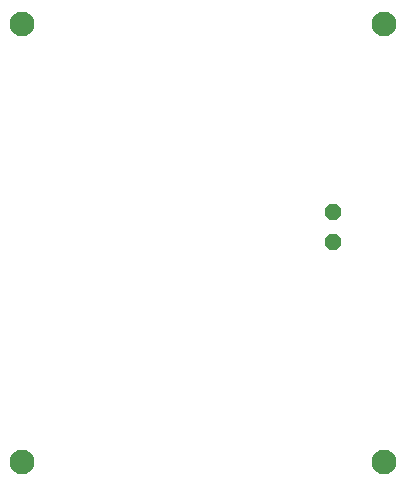
<source format=gbr>
G04 EAGLE Gerber RS-274X export*
G75*
%MOMM*%
%FSLAX34Y34*%
%LPD*%
%INSoldermask Bottom*%
%IPPOS*%
%AMOC8*
5,1,8,0,0,1.08239X$1,22.5*%
G01*
%ADD10C,2.100000*%
%ADD11P,1.429621X8X292.500000*%


D10*
X18288Y416560D03*
X18288Y45720D03*
X324358Y45720D03*
X324358Y416560D03*
D11*
X281940Y257810D03*
X281940Y232410D03*
M02*

</source>
